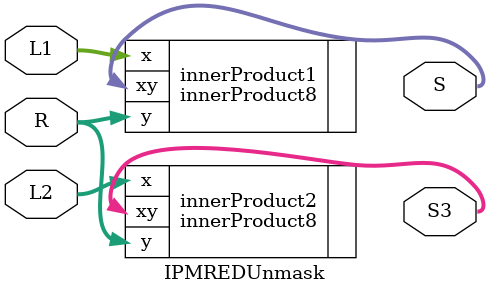
<source format=v>
/****************************************************************************
 * IPUnmask.v
 ****************************************************************************/

/**
 * Module: IPUnmask
 * 
 * TODO: Add module documentation
 */
module IPMREDUnmask #(parameter v = 4) (
	input [v*8 - 1 : 0] L1,
	input [v*8 - 1 : 0] L2,
	input [v*8 - 1: 0] R,
	output [7 : 0] S,
	output [7 : 0] S3
);

	innerProduct8 #(.v(v)) innerProduct1 (
        .x(L1),
        .y(R),
        .xy(S)
	);
	innerProduct8 #(.v(v)) innerProduct2 (
        .x(L2),
        .y(R),
        .xy(S3)
	);


endmodule



</source>
